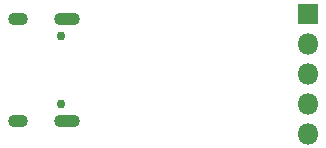
<source format=gbr>
G04 #@! TF.GenerationSoftware,KiCad,Pcbnew,(5.1.6)-1*
G04 #@! TF.CreationDate,2020-11-21T21:50:24+04:00*
G04 #@! TF.ProjectId,CH330N-USB-TO-UART-BOARD,43483333-304e-42d5-9553-422d544f2d55,rev?*
G04 #@! TF.SameCoordinates,Original*
G04 #@! TF.FileFunction,Soldermask,Bot*
G04 #@! TF.FilePolarity,Negative*
%FSLAX46Y46*%
G04 Gerber Fmt 4.6, Leading zero omitted, Abs format (unit mm)*
G04 Created by KiCad (PCBNEW (5.1.6)-1) date 2020-11-21 21:50:24*
%MOMM*%
%LPD*%
G01*
G04 APERTURE LIST*
%ADD10O,2.200000X1.100000*%
%ADD11C,0.750000*%
%ADD12O,1.700000X1.100000*%
%ADD13O,1.800000X1.800000*%
%ADD14R,1.800000X1.800000*%
G04 APERTURE END LIST*
D10*
G04 #@! TO.C,J1*
X107130000Y-99020000D03*
X107130000Y-90380000D03*
D11*
X106600000Y-91810000D03*
D12*
X102950000Y-90380000D03*
D11*
X106600000Y-97590000D03*
D12*
X102950000Y-99020000D03*
G04 #@! TD*
D13*
G04 #@! TO.C,J2*
X127500000Y-100120000D03*
X127500000Y-97580000D03*
X127500000Y-95040000D03*
X127500000Y-92500000D03*
D14*
X127500000Y-89960000D03*
G04 #@! TD*
M02*

</source>
